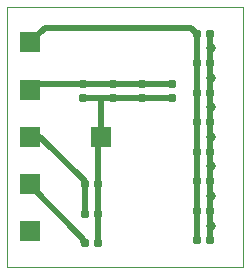
<source format=gtl>
G04 #@! TF.GenerationSoftware,KiCad,Pcbnew,(7.0.0)*
G04 #@! TF.CreationDate,2023-03-10T18:14:50+01:00*
G04 #@! TF.ProjectId,CapacitorBox0402,43617061-6369-4746-9f72-426f78303430,rev?*
G04 #@! TF.SameCoordinates,Original*
G04 #@! TF.FileFunction,Copper,L1,Top*
G04 #@! TF.FilePolarity,Positive*
%FSLAX46Y46*%
G04 Gerber Fmt 4.6, Leading zero omitted, Abs format (unit mm)*
G04 Created by KiCad (PCBNEW (7.0.0)) date 2023-03-10 18:14:50*
%MOMM*%
%LPD*%
G01*
G04 APERTURE LIST*
G04 Aperture macros list*
%AMRoundRect*
0 Rectangle with rounded corners*
0 $1 Rounding radius*
0 $2 $3 $4 $5 $6 $7 $8 $9 X,Y pos of 4 corners*
0 Add a 4 corners polygon primitive as box body*
4,1,4,$2,$3,$4,$5,$6,$7,$8,$9,$2,$3,0*
0 Add four circle primitives for the rounded corners*
1,1,$1+$1,$2,$3*
1,1,$1+$1,$4,$5*
1,1,$1+$1,$6,$7*
1,1,$1+$1,$8,$9*
0 Add four rect primitives between the rounded corners*
20,1,$1+$1,$2,$3,$4,$5,0*
20,1,$1+$1,$4,$5,$6,$7,0*
20,1,$1+$1,$6,$7,$8,$9,0*
20,1,$1+$1,$8,$9,$2,$3,0*%
G04 Aperture macros list end*
G04 #@! TA.AperFunction,SMDPad,CuDef*
%ADD10RoundRect,0.155000X-0.212500X-0.155000X0.212500X-0.155000X0.212500X0.155000X-0.212500X0.155000X0*%
G04 #@! TD*
G04 #@! TA.AperFunction,SMDPad,CuDef*
%ADD11RoundRect,0.155000X-0.155000X0.212500X-0.155000X-0.212500X0.155000X-0.212500X0.155000X0.212500X0*%
G04 #@! TD*
G04 #@! TA.AperFunction,ComponentPad*
%ADD12R,1.700000X1.700000*%
G04 #@! TD*
G04 #@! TA.AperFunction,ViaPad*
%ADD13C,0.800000*%
G04 #@! TD*
G04 #@! TA.AperFunction,Conductor*
%ADD14C,0.500000*%
G04 #@! TD*
G04 #@! TA.AperFunction,Profile*
%ADD15C,0.100000*%
G04 #@! TD*
G04 APERTURE END LIST*
D10*
X117132500Y-119750000D03*
X118267500Y-119750000D03*
X117132500Y-117250000D03*
X118267500Y-117250000D03*
D11*
X110000000Y-106532500D03*
X110000000Y-107667500D03*
D12*
X102999999Y-114999999D03*
X102999999Y-118999999D03*
D11*
X112500000Y-106532500D03*
X112500000Y-107667500D03*
X107500000Y-106532500D03*
X107500000Y-107667500D03*
D12*
X102999999Y-102999999D03*
X108999999Y-110999999D03*
D10*
X107632500Y-117500000D03*
X108767500Y-117500000D03*
D11*
X115000000Y-106532500D03*
X115000000Y-107667500D03*
D10*
X117132500Y-114750000D03*
X118267500Y-114750000D03*
X117132500Y-104750000D03*
X118267500Y-104750000D03*
D12*
X102999999Y-110999999D03*
D10*
X117132500Y-107250000D03*
X118267500Y-107250000D03*
X117132500Y-102250000D03*
X118267500Y-102250000D03*
X117132500Y-112250000D03*
X118267500Y-112250000D03*
X107632500Y-115000000D03*
X108767500Y-115000000D03*
D12*
X102999999Y-106999999D03*
D10*
X117132500Y-109750000D03*
X118267500Y-109750000D03*
X107632500Y-120000000D03*
X108767500Y-120000000D03*
D13*
X118300000Y-116000000D03*
X118300000Y-111000000D03*
X118300000Y-103500000D03*
X118300000Y-106000000D03*
X118300000Y-118500000D03*
X118300000Y-108500000D03*
X118300000Y-113500000D03*
D14*
X107516250Y-119883750D02*
X107632500Y-120000000D01*
X102883750Y-115000000D02*
X107516250Y-119632500D01*
X103000000Y-115125000D02*
X103000000Y-115000000D01*
X107516250Y-119632500D02*
X107516250Y-119883750D01*
X108767500Y-115000000D02*
X108767500Y-111232500D01*
X115000000Y-107667500D02*
X108967500Y-107667500D01*
X109000000Y-111000000D02*
X109000000Y-107700000D01*
X108767500Y-120000000D02*
X108767500Y-115000000D01*
X108767500Y-111232500D02*
X109000000Y-111000000D01*
X109000000Y-107700000D02*
X108967500Y-107667500D01*
X108967500Y-107667500D02*
X107500000Y-107667500D01*
X118267500Y-102250000D02*
X118267500Y-119750000D01*
X103000000Y-103000000D02*
X104250000Y-101750000D01*
X117132500Y-119750000D02*
X117132500Y-102250000D01*
X116632500Y-101750000D02*
X117132500Y-102250000D01*
X104250000Y-101750000D02*
X116632500Y-101750000D01*
X107632500Y-117500000D02*
X107632500Y-115000000D01*
X107632500Y-114757500D02*
X103875000Y-111000000D01*
X103875000Y-111000000D02*
X103000000Y-111000000D01*
X107632500Y-115000000D02*
X107632500Y-114757500D01*
X115000000Y-106532500D02*
X103467500Y-106532500D01*
X103000000Y-107000000D02*
X103087500Y-107000000D01*
X103467500Y-106532500D02*
X103000000Y-107000000D01*
D15*
X101000000Y-100000000D02*
X121000000Y-100000000D01*
X121000000Y-100000000D02*
X121000000Y-122000000D01*
X121000000Y-122000000D02*
X101000000Y-122000000D01*
X101000000Y-100000000D02*
X101000000Y-122000000D01*
M02*

</source>
